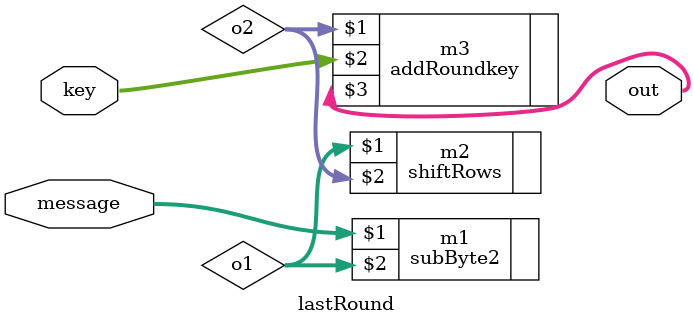
<source format=v>
module lastRound(message,key,out);

input [127:0]message,key;
output [127:0]out;

wire [127:0]o1,o2;

subByte2 m1(message,o1);
shiftRows m2(o1,o2);
addRoundkey m3(o2,key,out);

endmodule


</source>
